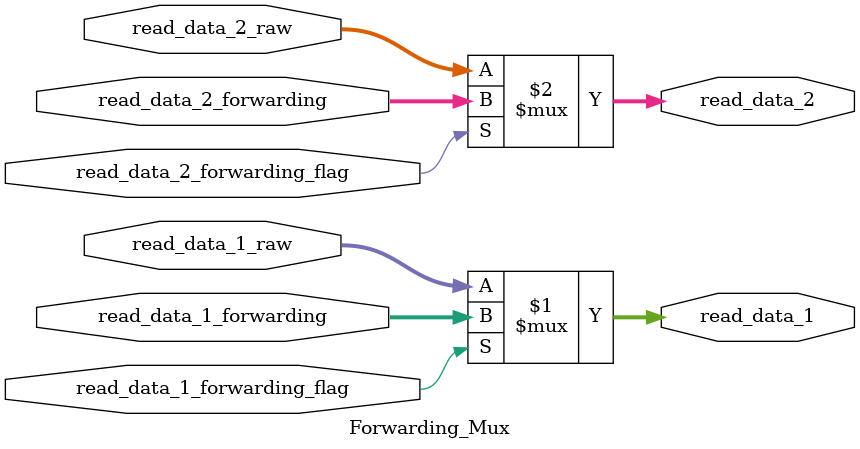
<source format=v>
`timescale 1ns / 1ps


module Forwarding_Mux(
    input [31:0] read_data_1_raw,
    input [31:0] read_data_2_raw,
    input [31:0] read_data_1_forwarding,
    input [31:0] read_data_2_forwarding,
    input read_data_1_forwarding_flag,
    input read_data_2_forwarding_flag,

    output [31:0] read_data_1,
    output [31:0] read_data_2
);

assign read_data_1 = (read_data_1_forwarding_flag) ? read_data_1_forwarding : read_data_1_raw;
assign read_data_2 = (read_data_2_forwarding_flag) ? read_data_2_forwarding : read_data_2_raw;
endmodule

</source>
